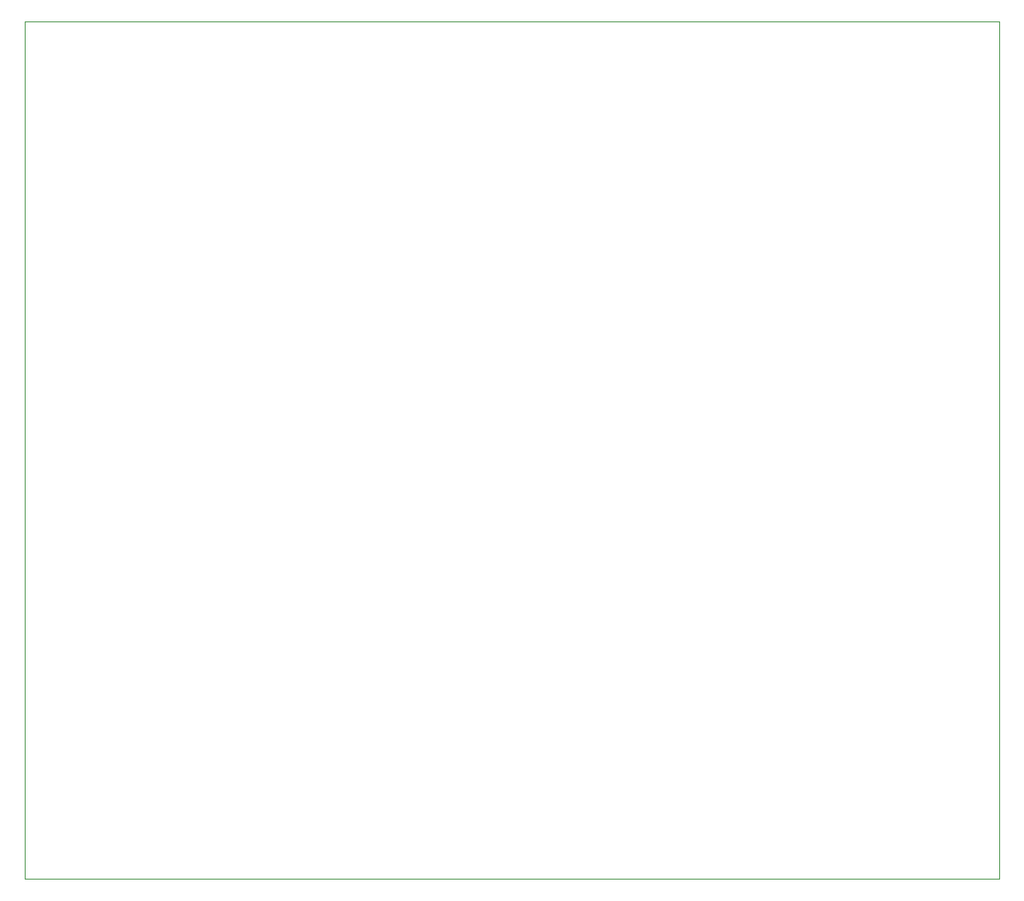
<source format=gbr>
%TF.GenerationSoftware,KiCad,Pcbnew,(6.0.5)*%
%TF.CreationDate,2022-08-05T23:54:08+09:00*%
%TF.ProjectId,ORION_VV_driver_v1,4f52494f-4e5f-4565-965f-647269766572,rev?*%
%TF.SameCoordinates,Original*%
%TF.FileFunction,Profile,NP*%
%FSLAX46Y46*%
G04 Gerber Fmt 4.6, Leading zero omitted, Abs format (unit mm)*
G04 Created by KiCad (PCBNEW (6.0.5)) date 2022-08-05 23:54:08*
%MOMM*%
%LPD*%
G01*
G04 APERTURE LIST*
%TA.AperFunction,Profile*%
%ADD10C,0.100000*%
%TD*%
G04 APERTURE END LIST*
D10*
X15000000Y-21000000D02*
X115000000Y-21000000D01*
X115000000Y-21000000D02*
X115000000Y-109000000D01*
X115000000Y-109000000D02*
X15000000Y-109000000D01*
X15000000Y-109000000D02*
X15000000Y-21000000D01*
M02*

</source>
